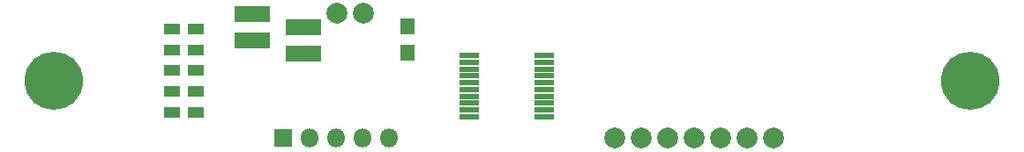
<source format=gbs>
G04 #@! TF.GenerationSoftware,KiCad,Pcbnew,(5.1.6)-1*
G04 #@! TF.CreationDate,2020-10-13T20:36:20+02:00*
G04 #@! TF.ProjectId,LampeSolaire2,4c616d70-6553-46f6-9c61-697265322e6b,R00*
G04 #@! TF.SameCoordinates,PX5f5e100PY5cfbb60*
G04 #@! TF.FileFunction,Soldermask,Bot*
G04 #@! TF.FilePolarity,Negative*
%FSLAX46Y46*%
G04 Gerber Fmt 4.6, Leading zero omitted, Abs format (unit mm)*
G04 Created by KiCad (PCBNEW (5.1.6)-1) date 2020-10-13 20:36:20*
%MOMM*%
%LPD*%
G01*
G04 APERTURE LIST*
%ADD10C,2.000000*%
%ADD11C,5.600000*%
%ADD12R,1.350000X1.600000*%
%ADD13R,1.800000X1.800000*%
%ADD14O,1.800000X1.800000*%
%ADD15R,1.500000X1.100000*%
%ADD16R,1.850000X0.550000*%
%ADD17R,3.500000X1.600000*%
G04 APERTURE END LIST*
D10*
X35770000Y-3500000D03*
X33230000Y-3500000D03*
D11*
X94000000Y-10000000D03*
X6000000Y-10000000D03*
D10*
X62420000Y-15500000D03*
X64960000Y-15500000D03*
X67500000Y-15500000D03*
X75120000Y-15500000D03*
X72580000Y-15500000D03*
X70040000Y-15500000D03*
X59880000Y-15500000D03*
D12*
X40000000Y-7250000D03*
X40000000Y-4750000D03*
D13*
X28000000Y-15500000D03*
D14*
X30540000Y-15500000D03*
X33080000Y-15500000D03*
X35620000Y-15500000D03*
X38160000Y-15500000D03*
D15*
X17375000Y-5000000D03*
X19625000Y-5000000D03*
X17375000Y-11000000D03*
X19625000Y-11000000D03*
X17375000Y-13000000D03*
X19625000Y-13000000D03*
X17375000Y-9000000D03*
X19625000Y-9000000D03*
X17375000Y-7000000D03*
X19625000Y-7000000D03*
D16*
X45900000Y-13425000D03*
X45900000Y-12775000D03*
X45900000Y-12125000D03*
X45900000Y-11475000D03*
X45900000Y-10825000D03*
X45900000Y-10175000D03*
X45900000Y-9525000D03*
X45900000Y-8875000D03*
X45900000Y-8225000D03*
X45900000Y-7575000D03*
X53100000Y-7575000D03*
X53100000Y-8225000D03*
X53100000Y-8875000D03*
X53100000Y-9525000D03*
X53100000Y-10175000D03*
X53100000Y-10825000D03*
X53100000Y-11475000D03*
X53100000Y-12125000D03*
X53100000Y-12775000D03*
X53100000Y-13425000D03*
D17*
X29950000Y-7405000D03*
X29950000Y-4865000D03*
X25050000Y-6135000D03*
X25050000Y-3595000D03*
M02*

</source>
